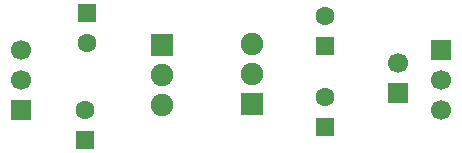
<source format=gbr>
G04 DipTrace 2.4.0.2*
%INBottomAssy.gbr*%
%MOIN*%
%ADD16R,0.063X0.063*%
%ADD17C,0.063*%
%ADD18R,0.0669X0.0669*%
%ADD19C,0.0669*%
%ADD20R,0.0748X0.0748*%
%ADD21C,0.0748*%
%FSLAX44Y44*%
G04*
G70*
G90*
G75*
G01*
%LNBotAssy*%
%LPD*%
D16*
X3188Y5230D3*
D17*
Y4230D3*
D16*
X3125Y990D3*
D17*
Y1990D3*
D16*
X11126Y4120D3*
D17*
Y5120D3*
D16*
Y1410D3*
D17*
Y2410D3*
D18*
X1000Y2000D3*
D19*
Y3000D3*
Y4000D3*
D18*
X15002D3*
D19*
Y3000D3*
Y2000D3*
D18*
X13564Y2540D3*
D19*
Y3540D3*
D20*
X5688Y4160D3*
D21*
Y3160D3*
Y2160D3*
D20*
X8688Y2200D3*
D21*
Y3200D3*
Y4200D3*
M02*

</source>
